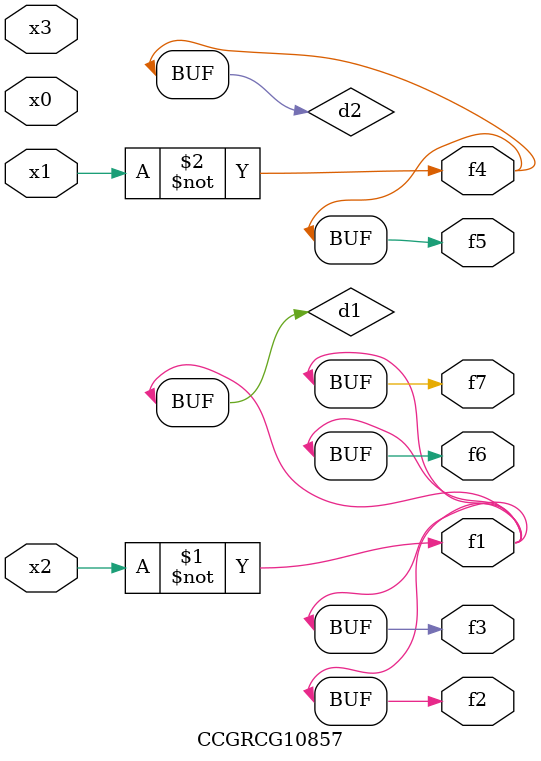
<source format=v>
module CCGRCG10857(
	input x0, x1, x2, x3,
	output f1, f2, f3, f4, f5, f6, f7
);

	wire d1, d2;

	xnor (d1, x2);
	not (d2, x1);
	assign f1 = d1;
	assign f2 = d1;
	assign f3 = d1;
	assign f4 = d2;
	assign f5 = d2;
	assign f6 = d1;
	assign f7 = d1;
endmodule

</source>
